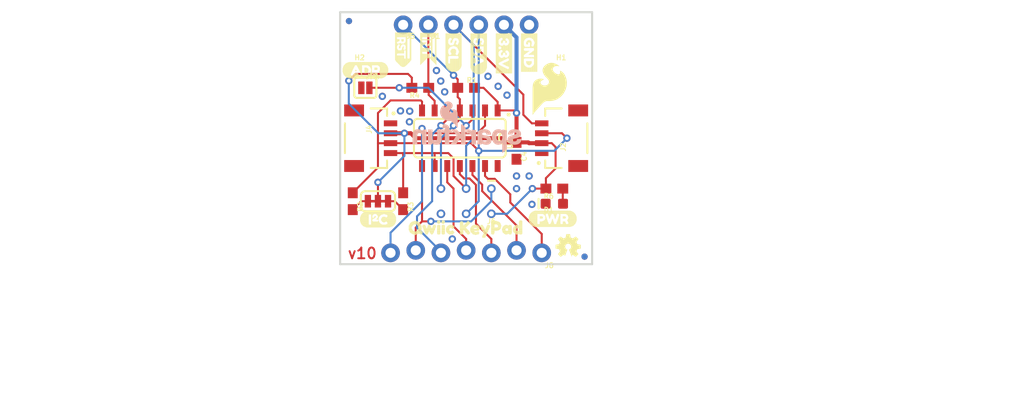
<source format=kicad_pcb>
(kicad_pcb (version 20211014) (generator pcbnew)
  (layers (0 "F.Cu" signal) (31 "B.Cu" signal) (34 "B.Paste" user) (35 "F.Paste" user) (36 "B.SilkS" user "B.Silkscreen") (37 "F.SilkS" user "F.Silkscreen") (38 "B.Mask" user) (39 "F.Mask" user) (44 "Edge.Cuts" user))
  (net 0 "")
  (net 1 "3.3V")
  (net 2 "GND")
  (net 3 "~{INT}")
  (net 4 "ADD1")
  (net 5 "4")
  (net 6 "3")
  (net 7 "2")
  (net 8 "1")
  (net 9 "~{RST}")
  (net 10 "N$1")
  (net 11 "MISO/6")
  (net 12 "7")
  (net 13 "5")
  (net 14 "SCL")
  (net 15 "SDA")
  (net 16 "N$2")
  (net 17 "N$3")
  (footprint "boardEagle:3.3V" (layer "F.Cu") (at 152.3111 93.9546 -90)
    (fp_text reference "U$3" hide)
    (fp_text value "" hide)
  )
  (footprint "boardEagle:0603" (layer "F.Cu") (at 148.5011 99.9236)
    (fp_text reference "R1" (at 0 -0.762) (layer "F.SilkS") (effects (font (size 0.512064 0.512064) (thickness 0.097536)) (justify left)))
    (fp_text value "4.7k")
    (pad "1" smd rect (at -0.85 0) (size 1.1 1) (layers "F.Cu" "F.Paste" "F.Mask") (net 9 "~{RST}"))
    (pad "2" smd rect (at 0.85 0) (size 1.1 1) (layers "F.Cu" "F.Paste" "F.Mask") (net 1 "3.3V"))
  )
  (footprint "boardEagle:JST04_1MM_RA" (layer "F.Cu") (at 156.1211 105.0036 90)
    (fp_text reference "J2" (at -1.397 2.159 90) (layer "F.SilkS") (effects (font (size 0.512064 0.512064) (thickness 0.097536)) (justify left)))
    (fp_text value "")
    (pad "1" smd rect (at -1.5 0 90) (size 0.6 1.35) (layers "F.Cu" "F.Paste" "F.Mask") (net 2 "GND"))
    (pad "2" smd rect (at -0.5 0 90) (size 0.6 1.35) (layers "F.Cu" "F.Paste" "F.Mask") (net 1 "3.3V"))
    (pad "3" smd rect (at 0.5 0 90) (size 0.6 1.35) (layers "F.Cu" "F.Paste" "F.Mask") (net 15 "SDA"))
    (pad "4" smd rect (at 1.5 0 90) (size 0.6 1.35) (layers "F.Cu" "F.Paste" "F.Mask") (net 14 "SCL"))
    (pad "NC1" smd rect (at 2.8 3.675 90) (size 1.2 2) (layers "F.Cu" "F.Paste" "F.Mask"))
    (pad "NC2" smd rect (at -2.8 3.675 90) (size 1.2 2) (layers "F.Cu" "F.Paste" "F.Mask"))
  )
  (footprint "boardEagle:SCL" (layer "F.Cu") (at 147.2311 93.9546 -90)
    (fp_text reference "U$6" hide)
    (fp_text value "" hide)
  )
  (footprint "boardEagle:1X04_NO_SILK" (layer "F.Cu") (at 154.8511 93.5736 180)
    (fp_text reference "J3" hide)
    (fp_text value "PTH")
    (pad "1" thru_hole circle (at 0 0 270) (size 1.8796 1.8796) (drill 1.016) (layers *.Cu *.Mask) (net 2 "GND"))
    (pad "2" thru_hole circle (at 2.54 0 270) (size 1.8796 1.8796) (drill 1.016) (layers *.Cu *.Mask) (net 1 "3.3V"))
    (pad "3" thru_hole circle (at 5.08 0 270) (size 1.8796 1.8796) (drill 1.016) (layers *.Cu *.Mask) (net 15 "SDA"))
    (pad "4" thru_hole circle (at 7.62 0 270) (size 1.8796 1.8796) (drill 1.016) (layers *.Cu *.Mask) (net 14 "SCL"))
  )
  (footprint "boardEagle:QWIIC_KEYPAD0" (layer "F.Cu") (at 141.5161 114.0206)
    (fp_text reference "U$15" hide)
    (fp_text value "" hide)
  )
  (footprint "boardEagle:SMT-JUMPER_2_NO_SILK" (layer "F.Cu") (at 138.3411 99.9236)
    (fp_text reference "JP4" (at 0 -1.143) (layer "F.SilkS") (effects (font (size 0.512064 0.512064) (thickness 0.097536)) (justify left)))
    (fp_text value "JUMPER-SMT_2_NO_SILK")
    (pad "1" smd rect (at -0.4064 0) (size 0.635 1.27) (layers "F.Cu" "F.Mask") (net 2 "GND"))
    (pad "2" smd rect (at 0.4064 0) (size 0.635 1.27) (layers "F.Cu" "F.Mask") (net 4 "ADD1"))
  )
  (footprint "boardEagle:CREATIVE_COMMONS" (layer "F.Cu") (at 121.8311 129.1336)
    (fp_text reference "FRAME1" hide)
    (fp_text value "FRAME-LETTER" hide)
  )
  (footprint "boardEagle:2X3_TEST_POINTS" (layer "F.Cu") (at 148.5011 111.3536 180)
    (fp_text reference "J6" (at -3.048 -2.032) (layer "F.SilkS") (effects (font (size 0.512064 0.512064) (thickness 0.097536)) (justify right)))
    (fp_text value "AVR_SPI_PROG_3X2TESTPOINTS")
    (pad "1" thru_hole circle (at -2.54 1.27 180) (size 0.8636 0.8636) (drill 0.508) (layers *.Cu) (net 11 "MISO/6"))
    (pad "2" thru_hole circle (at -2.54 -1.27 180) (size 0.8636 0.8636) (drill 0.508) (layers *.Cu) (net 1 "3.3V"))
    (pad "3" thru_hole circle (at 0 1.27 180) (size 0.8636 0.8636) (drill 0.508) (layers *.Cu) (net 14 "SCL"))
    (pad "4" thru_hole circle (at 0 -1.27 180) (size 0.8636 0.8636) (drill 0.508) (layers *.Cu) (net 15 "SDA"))
    (pad "5" thru_hole circle (at 2.54 1.27 180) (size 0.8636 0.8636) (drill 0.508) (layers *.Cu) (net 9 "~{RST}"))
    (pad "6" thru_hole circle (at 2.54 -1.27 180) (size 0.8636 0.8636) (drill 0.508) (layers *.Cu) (net 2 "GND"))
  )
  (footprint "boardEagle:STAND-OFF" (layer "F.Cu") (at 158.6611 94.8436 180)
    (fp_text reference "H1" (at 0 -2.032) (layer "F.SilkS") (effects (font (size 0.512064 0.512064) (thickness 0.097536)) (justify right)))
    (fp_text value "STAND-OFF")
    (pad "" np_thru_hole circle (at 0 0 180) (size 3.302 3.302) (drill 3.302) (layers *.Cu *.Mask))
  )
  (footprint "boardEagle:0603" (layer "F.Cu") (at 153.5811 106.2736 -90)
    (fp_text reference "C4" (at 0 -0.762 90) (layer "F.SilkS") (effects (font (size 0.512064 0.512064) (thickness 0.097536)) (justify right)))
    (fp_text value "0.1uF")
    (pad "1" smd rect (at -0.85 0 270) (size 1.1 1) (layers "F.Cu" "F.Paste" "F.Mask") (net 1 "3.3V"))
    (pad "2" smd rect (at 0.85 0 270) (size 1.1 1) (layers "F.Cu" "F.Paste" "F.Mask") (net 2 "GND"))
  )
  (footprint "boardEagle:SDA" (layer "F.Cu") (at 149.7711 93.9546 -90)
    (fp_text reference "U$5" hide)
    (fp_text value "" hide)
  )
  (footprint "boardEagle:SMT-JUMPER_3_2-NC_TRACE_SILK" (layer "F.Cu") (at 139.6111 111.3536 180)
    (fp_text reference "I2C0" hide)
    (fp_text value "")
    (fp_poly (pts (xy -0.7112 0.127) (xy -0.3048 0.127) (xy -0.3048 -0.127) (xy -0.7112 -0.127)) (layer "F.Cu") (width 0) (fill solid))
    (fp_poly (pts (xy 0.3048 0.127) (xy 0.7112 0.127) (xy 0.7112 -0.127) (xy 0.3048 -0.127)) (layer "F.Cu") (width 0) (fill solid))
    (pad "1" smd rect (at -1.016 0 180) (size 0.635 1.27) (layers "F.Cu" "F.Mask") (net 17 "N$3"))
    (pad "2" smd rect (at 0 0 180) (size 0.635 1.27) (layers "F.Cu" "F.Mask") (net 1 "3.3V"))
    (pad "3" smd rect (at 1.016 0 180) (size 0.635 1.27) (layers "F.Cu" "F.Mask") (net 16 "N$2"))
  )
  (footprint "boardEagle:1X01_NO_SILK" (layer "F.Cu") (at 142.1511 93.5736 180)
    (fp_text reference "J5" (at -1.27 -1.143) (layer "F.SilkS") (effects (font (size 0.512064 0.512064) (thickness 0.097536)) (justify right)))
    (fp_text value "")
    (pad "1" thru_hole circle (at 0 0 270) (size 1.8796 1.8796) (drill 1.016) (layers *.Cu *.Mask) (net 9 "~{RST}"))
  )
  (footprint "boardEagle:0603" (layer "F.Cu") (at 143.875762 99.9236 180)
    (fp_text reference "R4" (at 0 -0.762) (layer "F.SilkS") (effects (font (size 0.512064 0.512064) (thickness 0.097536)) (justify right)))
    (fp_text value "4.7k")
    (pad "1" smd rect (at -0.85 0 180) (size 1.1 1) (layers "F.Cu" "F.Paste" "F.Mask") (net 3 "~{INT}"))
    (pad "2" smd rect (at 0.85 0 180) (size 1.1 1) (layers "F.Cu" "F.Paste" "F.Mask") (net 1 "3.3V"))
  )
  (footprint "boardEagle:0603" (layer "F.Cu") (at 137.0711 111.3536 -90)
    (fp_text reference "R2" (at 0 -0.762 90) (layer "F.SilkS") (effects (font (size 0.512064 0.512064) (thickness 0.097536)) (justify right)))
    (fp_text value "2.2k")
    (pad "1" smd rect (at -0.85 0 270) (size 1.1 1) (layers "F.Cu" "F.Paste" "F.Mask") (net 15 "SDA"))
    (pad "2" smd rect (at 0.85 0 270) (size 1.1 1) (layers "F.Cu" "F.Paste" "F.Mask") (net 16 "N$2"))
  )
  (footprint "boardEagle:GND" (layer "F.Cu") (at 154.8511 93.9546 -90)
    (fp_text reference "U$4" hide)
    (fp_text value "" hide)
  )
  (footprint "boardEagle:0603" (layer "F.Cu") (at 142.1511 111.3536 -90)
    (fp_text reference "R3" (at 0 -0.762 90) (layer "F.SilkS") (effects (font (size 0.512064 0.512064) (thickness 0.097536)) (justify right)))
    (fp_text value "2.2k")
    (pad "1" smd rect (at -0.85 0 270) (size 1.1 1) (layers "F.Cu" "F.Paste" "F.Mask") (net 14 "SCL"))
    (pad "2" smd rect (at 0.85 0 270) (size 1.1 1) (layers "F.Cu" "F.Paste" "F.Mask") (net 17 "N$3"))
  )
  (footprint "boardEagle:#INT1" (layer "F.Cu") (at 144.6911 93.7006 -90)
    (fp_text reference "U$12" hide)
    (fp_text value "" hide)
  )
  (footprint "boardEagle:#RST_" (layer "F.Cu") (at 142.1511 93.7006 -90)
    (fp_text reference "U$11" hide)
    (fp_text value "" hide)
  )
  (footprint "boardEagle:(I_SUPER2_C)" (layer "F.Cu") (at 137.723881 113.1824)
    (fp_text reference "U$9" hide)
    (fp_text value "" hide)
  )
  (footprint "boardEagle:LED-0603" (layer "F.Cu") (at 157.3911 111.6076 180)
    (fp_text reference "D1" (at 0 -0.635) (layer "F.SilkS") (effects (font (size 0.512064 0.512064) (thickness 0.097536)) (justify right)))
    (fp_text value "RED")
    (pad "A" smd roundrect (at -0.877 0 90) (size 1 1) (layers "F.Cu" "F.Paste" "F.Mask") (roundrect_rratio 0.15) (net 10 "N$1"))
    (pad "C" smd roundrect (at 0.877 0 90) (size 1 1) (layers "F.Cu" "F.Paste" "F.Mask") (roundrect_rratio 0.15) (net 2 "GND"))
  )
  (footprint "boardEagle:SFE_LOGO_FLAME_.2" (layer "F.Cu") (at 156.9212 100.004882)
    (fp_text reference "LOGO3" hide)
    (fp_text value "SFE_LOGO_FLAME.2_INCH" hide)
  )
  (footprint "boardEagle:1X07_LOCK_NO_SILK" (layer "F.Cu") (at 156.1211 116.4336 180)
    (fp_text reference "J8" (at -1.27 -1.397) (layer "F.SilkS") (effects (font (size 0.512064 0.512064) (thickness 0.097536)) (justify right)))
    (fp_text value "")
    (pad "1" thru_hole circle (at 0 -0.127 270) (size 1.8796 1.8796) (drill 1.016) (layers *.Cu *.Mask) (net 8 "1"))
    (pad "2" thru_hole circle (at 2.54 0.127 270) (size 1.8796 1.8796) (drill 1.016) (layers *.Cu *.Mask) (net 7 "2"))
    (pad "3" thru_hole circle (at 5.08 -0.127 270) (size 1.8796 1.8796) (drill 1.016) (layers *.Cu *.Mask) (net 6 "3"))
    (pad "4" thru_hole circle (at 7.62 0.127 270) (size 1.8796 1.8796) (drill 1.016) (layers *.Cu *.Mask) (net 5 "4"))
    (pad "5" thru_hole circle (at 10.16 -0.127 270) (size 1.8796 1.8796) (drill 1.016) (layers *.Cu *.Mask) (net 13 "5"))
    (pad "6" thru_hole circle (at 12.7 0.127 270) (size 1.8796 1.8796) (drill 1.016) (layers *.Cu *.Mask) (net 11 "MISO/6"))
    (pad "7" thru_hole circle (at 15.24 -0.127 270) (size 1.8796 1.8796) (drill 1.016) (layers *.Cu *.Mask) (net 12 "7"))
  )
  (footprint "boardEagle:1X01_NO_SILK" (layer "F.Cu") (at 144.6911 93.5736 180)
    (fp_text reference "J1" (at -1.27 -1.143) (layer "F.SilkS") (effects (font (size 0.512064 0.512064) (thickness 0.097536)) (justify right)))
    (fp_text value "")
    (pad "1" thru_hole circle (at 0 0 270) (size 1.8796 1.8796) (drill 1.016) (layers *.Cu *.Mask) (net 3 "~{INT}"))
  )
  (footprint "boardEagle:STAND-OFF" (layer "F.Cu") (at 138.3411 94.8436 180)
    (fp_text reference "H2" (at 0 -2.032) (layer "F.SilkS") (effects (font (size 0.512064 0.512064) (thickness 0.097536)) (justify right)))
    (fp_text value "STAND-OFF")
    (pad "" np_thru_hole circle (at 0 0 180) (size 3.302 3.302) (drill 3.302) (layers *.Cu *.Mask))
  )
  (footprint "boardEagle:SO14" (layer "F.Cu") (at 148.5011 105.0036 180)
    (fp_text reference "U1" (at -4.445 0 90) (layer "F.SilkS") (effects (font (size 0.512064 0.512064) (thickness 0.097536)) (justify right)))
    (fp_text value "ATTINY84")
    (pad "1" smd rect (at -3.175 2.8 180) (size 0.6 1.2) (layers "F.Cu" "F.Paste" "F.Mask") (net 1 "3.3V"))
    (pad "2" smd rect (at -1.905 2.8 180) (size 0.6 1.2) (layers "F.Cu" "F.Paste" "F.Mask") (net 12 "7"))
    (pad "3" smd rect (at -0.635 2.8 180) (size 0.6 1.2) (layers "F.Cu" "F.Paste" "F.Mask") (net 4 "ADD1"))
    (pad "4" smd rect (at 0.635 2.8 180) (size 0.6 1.2) (layers "F.Cu" "F.Paste" "F.Mask") (net 9 "~{RST}"))
    (pad "5" smd rect (at 1.905 2.8 180) (size 0.6 1.2) (layers "F.Cu" "F.Paste" "F.Mask") (net 13 "5"))
    (pad "6" smd rect (at 3.175 2.8 180) (size 0.6 1.2) (layers "F.Cu" "F.Paste" "F.Mask") (net 3 "~{INT}"))
    (pad "7" smd rect (at 4.445 2.8 180) (size 0.6 1.2) (layers "F.Cu" "F.Paste" "F.Mask") (net 15 "SDA"))
    (pad "8" smd rect (at 4.445 -2.8 180) (size 0.6 1.2) (layers "F.Cu" "F.Paste" "F.Mask") (net 11 "MISO/6"))
    (pad "9" smd rect (at 3.175 -2.8 180) (size 0.6 1.2) (layers "F.Cu" "F.Paste" "F.Mask") (net 14 "SCL"))
    (pad "10" smd rect (at 1.905 -2.8 180) (size 0.6 1.2) (layers "F.Cu" "F.Paste" "F.Mask") (net 5 "4"))
    (pad "11" smd rect (at 0.635 -2.8 180) (size 0.6 1.2) (layers "F.Cu" "F.Paste" "F.Mask") (net 6 "3"))
    (pad "12" smd rect (at -0.635 -2.8 180) (size 0.6 1.2) (layers "F.Cu" "F.Paste" "F.Mask") (net 7 "2"))
    (pad "13" smd rect (at -1.905 -2.8 180) (size 0.6 1.2) (layers "F.Cu" "F.Paste" "F.Mask") (net 8 "1"))
    (pad "14" smd rect (at -3.175 -2.8 180) (size 0.6 1.2) (layers "F.Cu" "F.Paste" "F.Mask") (net 2 "GND"))
  )
  (footprint "boardEagle:OSHW-LOGO-MINI" (layer "F.Cu") (at 158.7881 115.9256)
    (fp_text reference "LOGO1" hide)
    (fp_text value "OSHW-LOGOMINI" hide)
  )
  (footprint "boardEagle:MICRO-FIDUCIAL" (layer "F.Cu") (at 160.4391 116.9416 180)
    (fp_text reference "JP6" hide)
    (fp_text value "FIDUCIALUFIDUCIAL" hide)
    (pad "1" smd roundrect (at 0 0 180) (size 0.635 0.635) (layers "F.Cu" "F.Mask") (roundrect_rratio 0.5))
  )
  (footprint "boardEagle:(ADR)" (layer "F.Cu") (at 135.9281 98.1456)
    (fp_text reference "U$10" hide)
    (fp_text value "" hide)
  )
  (footprint "boardEagle:MICRO-FIDUCIAL" (layer "F.Cu") (at 136.6901 93.1926 180)
    (fp_text reference "JP2" hide)
    (fp_text value "FIDUCIALUFIDUCIAL" hide)
    (pad "1" smd roundrect (at 0 0 180) (size 0.635 0.635) (layers "F.Cu" "F.Mask") (roundrect_rratio 0.5))
  )
  (footprint "boardEagle:(PWR)" (layer "F.Cu") (at 154.7241 113.1316)
    (fp_text reference "U$8" hide)
    (fp_text value "" hide)
  )
  (footprint "boardEagle:JST04_1MM_RA" (layer "F.Cu") (at 140.8811 105.0036 -90)
    (fp_text reference "J4" (at -1.397 2.159 90) (layer "F.SilkS") (effects (font (size 0.512064 0.512064) (thickness 0.097536)) (justify right)))
    (fp_text value "")
    (pad "1" smd rect (at -1.5 0 270) (size 0.6 1.35) (layers "F.Cu" "F.Paste" "F.Mask") (net 2 "GND"))
    (pad "2" smd rect (at -0.5 0 270) (size 0.6 1.35) (layers "F.Cu" "F.Paste" "F.Mask") (net 1 "3.3V"))
    (pad "3" smd rect (at 0.5 0 270) (size 0.6 1.35) (layers "F.Cu" "F.Paste" "F.Mask") (net 15 "SDA"))
    (pad "4" smd rect (at 1.5 0 270) (size 0.6 1.35) (layers "F.Cu" "F.Paste" "F.Mask") (net 14 "SCL"))
    (pad "NC1" smd rect (at 2.8 3.675 270) (size 1.2 2) (layers "F.Cu" "F.Paste" "F.Mask"))
    (pad "NC2" smd rect (at -2.8 3.675 270) (size 1.2 2) (layers "F.Cu" "F.Paste" "F.Mask"))
  )
  (footprint "boardEagle:0603" (layer "F.Cu") (at 157.3911 110.0836 180)
    (fp_text reference "R6" (at 0 -0.762) (layer "F.SilkS") (effects (font (size 0.512064 0.512064) (thickness 0.097536)) (justify right)))
    (fp_text value "1k")
    (pad "1" smd rect (at -0.85 0 180) (size 1.1 1) (layers "F.Cu" "F.Paste" "F.Mask") (net 10 "N$1"))
    (pad "2" smd rect (at 0.85 0 180) (size 1.1 1) (layers "F.Cu" "F.Paste" "F.Mask") (net 1 "3.3V"))
  )
  (footprint "boardEagle:MICRO-FIDUCIAL" (layer "B.Cu") (at 160.4391 116.9416)
    (fp_text reference "JP3" hide)
    (fp_text value "FIDUCIALUFIDUCIAL" hide)
    (pad "1" smd roundrect (at 0 0) (size 0.635 0.635) (layers "B.Cu" "B.Mask") (roundrect_rratio 0.5))
  )
  (footprint "boardEagle:SFE_LOGO_NAME_FLAME_.1" (layer "B.Cu") (at 148.5011 105.0036 180)
    (fp_text reference "LOGO2" hide)
    (fp_text value "SFE_LOGO_NAME_FLAME.1_INCH" hide)
  )
  (footprint "boardEagle:MICRO-FIDUCIAL" (layer "B.Cu") (at 136.6901 93.1926)
    (fp_text reference "JP1" hide)
    (fp_text value "FIDUCIALUFIDUCIAL" hide)
    (pad "1" smd roundrect (at 0 0) (size 0.635 0.635) (layers "B.Cu" "B.Mask") (roundrect_rratio 0.5))
  )
  (gr_line (start 135.8011 92.3036) (end 161.2011 92.3036) (layer "Edge.Cuts") (width 0.2032))
  (gr_line (start 135.8011 117.7036) (end 135.8011 92.3036) (layer "Edge.Cuts") (width 0.2032))
  (gr_line (start 161.2011 117.7036) (end 135.8011 117.7036) (layer "Edge.Cuts") (width 0.2032))
  (gr_line (start 161.2011 117.7036) (end 161.2011 92.3036) (layer "Edge.Cuts") (width 0.2032))
  (gr_text "v10" (at 138.0363 116.616482) (layer "F.Cu") (effects (font (size 1.0795 1.0795) (thickness 0.1905))))
  (segment (start 157.5181 105.8926) (end 157.5181 108.0516) (width 0.2032) (layer "F.Cu") (net 1))
  (segment (start 155.178759 110.0836) (end 156.5411 110.0836) (width 0.2032) (layer "F.Cu") (net 1))
  (segment (start 150.25624 99.9236) (end 151.6761 101.34346) (width 0.2032) (layer "F.Cu") (net 1))
  (segment (start 156.1211 105.5036) (end 157.1291 105.5036) (width 0.2032) (layer "F.Cu") (net 1))
  (segment (start 156.1211 105.5036) (end 154.8431 105.5036) (width 0.4064) (layer "F.Cu") (net 1))
  (segment (start 153.5811 105.4236) (end 152.4771 105.4236) (width 0.4064) (layer "F.Cu") (net 1))
  (segment (start 154.7631 105.4236) (end 153.5811 105.4236) (width 0.4064) (layer "F.Cu") (net 1))
  (segment (start 152.4771 105.4236) (end 152.0571 105.0036) (width 0.4064) (layer "F.Cu") (net 1))
  (segment (start 142.2781 104.5036) (end 142.9211 104.5036) (width 0.4064) (layer "F.Cu") (net 1))
  (segment (start 140.8811 104.5036) (end 142.2781 104.5036) (width 0.4064) (layer "F.Cu") (net 1))
  (segment (start 136.672321 99.2124) (end 137.363203 98.521519) (width 0.2032) (layer "F.Cu") (net 1))
  (segment (start 156.5411 110.0836) (end 156.5411 109.0286) (width 0.2032) (layer "F.Cu") (net 1))
  (segment (start 152.0571 105.0036) (end 143.4211 105.0036) (width 0.4064) (layer "F.Cu") (net 1))
  (segment (start 139.6111 111.3536) (end 139.6111 109.4486) (width 0.2032) (layer "F.Cu") (net 1))
  (segment (start 143.4211 105.0036) (end 142.9211 104.5036) (width 0.4064) (layer "F.Cu") (net 1))
  (segment (start 137.363203 98.521519) (end 142.6464 98.521519) (width 0.2032) (layer "F.Cu") (net 1))
  (segment (start 143.025762 98.900882) (end 143.025762 99.9236) (width 0.2032) (layer "F.Cu") (net 1))
  (segment (start 153.5811 102.4636) (end 153.5811 105.4236) (width 0.4064) (layer "F.Cu") (net 1))
  (segment (start 157.5181 108.0516) (end 156.5411 109.0286) (width 0.2032) (layer "F.Cu") (net 1))
  (segment (start 149.3511 99.9236) (end 150.25624 99.9236) (width 0.2032) (layer "F.Cu") (net 1))
  (segment (start 151.6761 102.2036) (end 153.3211 102.2036) (width 0.2032) (layer "F.Cu") (net 1))
  (segment (start 157.1291 105.5036) (end 157.5181 105.8926) (width 0.2032) (layer "F.Cu") (net 1))
  (segment (start 151.6761 101.34346) (end 151.6761 102.2036) (width 0.2032) (layer "F.Cu") (net 1))
  (segment (start 142.6464 98.521519) (end 143.025762 98.900882) (width 0.2032) (layer "F.Cu") (net 1))
  (segment (start 153.3211 102.2036) (end 153.5811 102.4636) (width 0.2032) (layer "F.Cu") (net 1))
  (segment (start 154.8431 105.5036) (end 154.7631 105.4236) (width 0.4064) (layer "F.Cu") (net 1))
  (via (at 142.2781 104.5036) (size 0.7366) (drill 0.381) (layers "F.Cu" "B.Cu") (net 1))
  (via (at 136.672321 99.2124) (size 0.7366) (drill 0.381) (layers "F.Cu" "B.Cu") (net 1))
  (via (at 139.6111 109.4486) (size 0.7366) (drill 0.381) (layers "F.Cu" "B.Cu") (net 1))
  (via (at 153.5811 102.4636) (size 0.7366) (drill 0.381) (layers "F.Cu" "B.Cu") (net 1))
  (via (at 155.178759 110.0836) (size 0.7366) (drill 0.381) (layers "F.Cu" "B.Cu") (net 1))
  (segment (start 153.5811 94.8436) (end 152.3111 93.5736) (width 0.4064) (layer "B.Cu") (net 1))
  (segment (start 155.178759 110.0836) (end 152.638759 112.6236) (width 0.2032) (layer "B.Cu") (net 1))
  (segment (start 136.672321 101.518722) (end 136.672321 99.2124) (width 0.2032) (layer "B.Cu") (net 1))
  (segment (start 153.5811 102.4636) (end 153.5811 94.8436) (width 0.4064) (layer "B.Cu") (net 1))
  (segment (start 142.2781 104.5036) (end 139.6572 104.5036) (width 0.2032) (layer "B.Cu") (net 1))
  (segment (start 142.2781 106.7816) (end 142.2781 104.5036) (width 0.2032) (layer "B.Cu") (net 1))
  (segment (start 152.638759 112.6236) (end 151.0411 112.6236) (width 0.2032) (layer "B.Cu") (net 1))
  (segment (start 139.6111 109.4486) (end 142.2781 106.7816) (width 0.2032) (layer "B.Cu") (net 1))
  (segment (start 139.6572 104.5036) (end 136.672321 101.518722) (width 0.2032) (layer "B.Cu") (net 1))
  (via (at 155.135581 111.6711) (size 0.7366) (drill 0.381) (layers "F.Cu" "B.Cu") (net 2))
  (via (at 150.705818 98.767904) (size 0.7366) (drill 0.381) (layers "F.Cu" "B.Cu") (net 2))
  (via (at 153.5811 110.0836) (size 0.7366) (drill 0.381) (layers "F.Cu" "B.Cu") (net 2))
  (via (at 142.7861 103.3526) (size 0.7366) (drill 0.381) (layers "F.Cu" "B.Cu") (net 2))
  (via (at 154.8511 108.8136) (size 0.7366) (drill 0.381) (layers "F.Cu" "B.Cu") (net 2))
  (via (at 145.940778 99.240344) (size 0.7366) (drill 0.381) (layers "F.Cu" "B.Cu") (net 2))
  (via (at 151.7269 99.771204) (size 0.7366) (drill 0.381) (layers "F.Cu" "B.Cu") (net 2))
  (via (at 152.620981 100.660197) (size 0.7366) (drill 0.381) (layers "F.Cu" "B.Cu") (net 2))
  (via (at 147.1041 115.1636) (size 0.7366) (drill 0.381) (layers "F.Cu" "B.Cu") (net 2))
  (via (at 146.337018 100.335085) (size 0.7366) (drill 0.381) (layers "F.Cu" "B.Cu") (net 2))
  (via (at 145.508978 98.181163) (size 0.7366) (drill 0.381) (layers "F.Cu" "B.Cu") (net 2))
  (via (at 142.8115 102.275641) (size 0.7366) (drill 0.381) (layers "F.Cu" "B.Cu") (net 2))
  (via (at 153.5811 108.8136) (size 0.7366) (drill 0.381) (layers "F.Cu" "B.Cu") (net 2))
  (via (at 140.053059 100.782122) (size 0.7366) (drill 0.381) (layers "F.Cu" "B.Cu") (net 2))
  (via (at 141.881859 102.250241) (size 0.7366) (drill 0.381) (layers "F.Cu" "B.Cu") (net 2))
  (segment (start 145.3261 102.2036) (end 145.3261 101.236782) (width 0.2032) (layer "F.Cu") (net 3))
  (segment (start 144.725762 100.636444) (end 144.725762 99.9236) (width 0.2032) (layer "F.Cu") (net 3))
  (segment (start 145.3261 101.236782) (end 144.725762 100.636444) (width 0.2032) (layer "F.Cu") (net 3))
  (segment (start 144.725762 99.9236) (end 144.6911 99.888938) (width 0.2032) (layer "F.Cu") (net 3))
  (segment (start 144.6911 99.888938) (end 144.6911 93.5736) (width 0.2032) (layer "F.Cu") (net 3))
  (segment (start 138.7475 99.9236) (end 138.752581 99.918519) (width 0.2032) (layer "F.Cu") (net 4))
  (segment (start 149.1361 102.2036) (end 149.1361 103.0986) (width 0.2032) (layer "F.Cu") (net 4))
  (segment (start 141.7574 99.918519) (end 138.752581 99.918519) (width 0.2032) (layer "F.Cu") (net 4))
  (segment (start 149.1361 103.0986) (end 148.5011 103.7336) (width 0.2032) (layer "F.Cu") (net 4))
  (via (at 148.5011 103.7336) (size 0.7366) (drill 0.381) (layers "F.Cu" "B.Cu") (net 4))
  (via (at 141.7574 99.918519) (size 0.7366) (drill 0.381) (layers "F.Cu" "B.Cu") (net 4))
  (segment (start 144.686018 99.918519) (end 141.7574 99.918519) (width 0.2032) (layer "B.Cu") (net 4))
  (segment (start 148.5011 103.7336) (end 144.686018 99.918519) (width 0.2032) (layer "B.Cu") (net 4))
  (segment (start 147.2311 113.8936) (end 148.5011 115.1636) (width 0.2032) (layer "F.Cu") (net 5))
  (segment (start 147.2311 110.0836) (end 146.5961 109.4486) (width 0.2032) (layer "F.Cu") (net 5))
  (segment (start 146.5961 109.4486) (end 146.5961 107.8036) (width 0.2032) (layer "F.Cu") (net 5))
  (segment (start 148.5011 115.1636) (end 148.5011 116.3066) (width 0.2032) (layer "F.Cu") (net 5))
  (segment (start 147.2311 110.0836) (end 147.2311 113.8936) (width 0.2032) (layer "F.Cu") (net 5))
  (segment (start 147.8661 108.63326) (end 147.8661 107.8036) (width 0.2032) (layer "F.Cu") (net 6))
  (segment (start 148.836381 109.057441) (end 148.290281 109.057441) (width 0.2032) (layer "F.Cu") (net 6))
  (segment (start 148.290281 109.057441) (end 147.8661 108.63326) (width 0.2032) (layer "F.Cu") (net 6))
  (segment (start 149.489159 113.61166) (end 151.0411 115.1636) (width 0.2032) (layer "F.Cu") (net 6))
  (segment (start 149.489159 109.710219) (end 148.836381 109.057441) (width 0.2032) (layer "F.Cu") (net 6))
  (segment (start 149.489159 113.61166) (end 149.489159 109.710219) (width 0.2032) (layer "F.Cu") (net 6))
  (segment (start 151.0411 115.1636) (end 151.0411 116.5606) (width 0.2032) (layer "F.Cu") (net 6))
  (segment (start 150.11654 110.334035) (end 153.5811 113.798594) (width 0.2032) (layer "F.Cu") (net 7))
  (segment (start 149.1361 108.704379) (end 149.1361 107.8036) (width 0.2032) (layer "F.Cu") (net 7))
  (segment (start 150.11654 109.684819) (end 150.11654 110.334035) (width 0.2032) (layer "F.Cu") (net 7))
  (segment (start 150.11654 109.684819) (end 149.1361 108.704379) (width 0.2032) (layer "F.Cu") (net 7))
  (segment (start 153.5811 113.798594) (end 153.5811 116.3066) (width 0.2032) (layer "F.Cu") (net 7))
  (segment (start 152.951181 111.483141) (end 152.951181 110.662719) (width 0.2032) (layer "F.Cu") (net 8))
  (segment (start 150.695659 109.098082) (end 150.4061 108.808522) (width 0.2032) (layer "F.Cu") (net 8))
  (segment (start 151.386543 109.098082) (end 150.695659 109.098082) (width 0.2032) (layer "F.Cu") (net 8))
  (segment (start 156.1211 116.5606) (end 156.1211 114.65306) (width 0.2032) (layer "F.Cu") (net 8))
  (segment (start 156.1211 114.65306) (end 152.951181 111.483141) (width 0.2032) (layer "F.Cu") (net 8))
  (segment (start 150.4061 108.808522) (end 150.4061 107.8036) (width 0.2032) (layer "F.Cu") (net 8))
  (segment (start 152.951181 110.662719) (end 151.386543 109.098082) (width 0.2032) (layer "F.Cu") (net 8))
  (segment (start 147.8661 102.2036) (end 147.8661 101.0666) (width 0.2032) (layer "F.Cu") (net 9))
  (segment (start 147.8661 103.0986) (end 147.2311 103.7336) (width 0.2032) (layer "F.Cu") (net 9))
  (segment (start 147.6511 99.9236) (end 147.6511 99.0736) (width 0.2032) (layer "F.Cu") (net 9))
  (segment (start 147.8661 101.0666) (end 147.6511 100.8516) (width 0.2032) (layer "F.Cu") (net 9))
  (segment (start 147.6511 99.9236) (end 147.6511 100.8516) (width 0.2032) (layer "F.Cu") (net 9))
  (segment (start 147.8661 102.2036) (end 147.8661 103.0986) (width 0.2032) (layer "F.Cu") (net 9))
  (segment (start 147.6511 99.0736) (end 147.2311 98.6536) (width 0.2032) (layer "F.Cu") (net 9))
  (via (at 147.2311 98.6536) (size 0.7366) (drill 0.381) (layers "F.Cu" "B.Cu") (net 9))
  (via (at 147.2311 103.7336) (size 0.7366) (drill 0.381) (layers "F.Cu" "B.Cu") (net 9))
  (segment (start 145.9611 110.0836) (end 145.9611 105.0036) (width 0.2032) (layer "B.Cu") (net 9))
  (segment (start 145.9611 105.0036) (end 147.2311 103.7336) (width 0.2032) (layer "B.Cu") (net 9))
  (segment (start 142.1511 93.5736) (end 147.2311 98.6536) (width 0.2032) (layer "B.Cu") (net 9))
  (segment (start 158.2411 110.0836) (end 158.2411 111.5806) (width 0.2032) (layer "F.Cu") (net 10))
  (segment (start 158.2411 111.5806) (end 158.2681 111.6076) (width 0.2032) (layer "F.Cu") (net 10))
  (segment (start 144.0561 113.3856) (end 144.0561 107.8036) (width 0.2032) (layer "F.Cu") (net 11))
  (segment (start 143.4211 116.3066) (end 143.4211 114.0206) (width 0.2032) (layer "F.Cu") (net 11))
  (segment (start 144.0561 113.3856) (end 144.9451 113.3856) (width 0.2032) (layer "F.Cu") (net 11))
  (segment (start 143.4211 114.0206) (end 144.0561 113.3856) (width 0.2032) (layer "F.Cu") (net 11))
  (via (at 144.9451 113.3856) (size 0.7366) (drill 0.381) (layers "F.Cu" "B.Cu") (net 11))
  (segment (start 151.0411 111.3536) (end 151.0411 110.0836) (width 0.2032) (layer "B.Cu") (net 11))
  (segment (start 149.0091 113.3856) (end 151.0411 111.3536) (width 0.2032) (layer "B.Cu") (net 11))
  (segment (start 144.9451 113.3856) (end 149.0091 113.3856) (width 0.2032) (layer "B.Cu") (net 11))
  (segment (start 149.6441 104.4956) (end 144.518381 104.4956) (width 0.2032) (layer "F.Cu") (net 12))
  (segment (start 149.6441 104.4956) (end 150.4061 103.7336) (width 0.2032) (layer "F.Cu") (net 12))
  (segment (start 144.051021 104.028241) (end 144.518381 104.4956) (width 0.2032) (layer "F.Cu") (net 12))
  (segment (start 150.4061 102.2036) (end 150.4061 103.7336) (width 0.2032) (layer "F.Cu") (net 12))
  (via (at 144.051021 104.028241) (size 0.7366) (drill 0.381) (layers "F.Cu" "B.Cu") (net 12))
  (segment (start 140.8811 116.5606) (end 140.8811 114.5286) (width 0.2032) (layer "B.Cu") (net 12))
  (segment (start 140.8811 114.5286) (end 144.051021 111.358679) (width 0.2032) (layer "B.Cu") (net 12))
  (segment (start 144.051021 111.358679) (end 144.051021 104.028241) (width 0.2032) (layer "B.Cu") (net 12))
  (segment (start 146.5961 102.2036) (end 146.5961 103.0986) (width 0.2032) (layer "F.Cu") (net 13))
  (segment (start 146.5961 103.0986) (end 145.9611 103.7336) (width 0.2032) (layer "F.Cu") (net 13))
  (via (at 145.9611 103.7336) (size 0.7366) (drill 0.381) (layers "F.Cu" "B.Cu") (net 13))
  (segment (start 145.9611 116.5606) (end 145.9611 116.4336) (width 0.2032) (layer "B.Cu") (net 13))
  (segment (start 145.0721 111.3536) (end 145.0721 104.6226) (width 0.2032) (layer "B.Cu") (net 13))
  (segment (start 143.5481 112.8776) (end 145.0721 111.3536) (width 0.2032) (layer "B.Cu") (net 13))
  (segment (start 145.0721 104.6226) (end 145.9611 103.7336) (width 0.2032) (layer "B.Cu") (net 13))
  (segment (start 143.5481 114.0206) (end 143.5481 112.8776) (width 0.2032) (layer "B.Cu") (net 13))
  (segment (start 145.9611 116.4336) (end 143.5481 114.0206) (width 0.2032) (layer "B.Cu") (net 13))
  (segment (start 147.2311 108.8136) (end 148.5011 110.0836) (width 0.2032) (layer "F.Cu") (net 14))
  (segment (start 147.2311 107.0356) (end 147.2311 108.8136) (width 0.2032) (layer "F.Cu") (net 14))
  (segment (start 145.3261 106.5036) (end 146.6991 106.5036) (width 0.2032) (layer "F.Cu") (net 14))
  (segment (start 154.2669 102.6414) (end 154.2669 100.6094) (width 0.2032) (layer "F.Cu") (net 14))
  (segment (start 142.1511 106.5036) (end 145.3261 106.5036) (width 0.2032) (layer "F.Cu") (net 14))
  (segment (start 154.2669 100.6094) (end 147.2311 93.5736) (width 0.2032) (layer "F.Cu") (net 14))
  (segment (start 145.3261 107.8036) (end 145.3261 106.5036) (width 0.2032) (layer "F.Cu") (net 14))
  (segment (start 142.1511 110.5036) (end 142.1511 106.5036) (width 0.2032) (layer "F.Cu") (net 14))
  (segment (start 140.8811 106.5036) (end 142.1511 106.5036) (width 0.2032) (layer "F.Cu") (net 14))
  (segment (start 146.6991 106.5036) (end 147.2311 107.0356) (width 0.2032) (layer "F.Cu") (net 14))
  (segment (start 156.1211 103.5036) (end 155.1291 103.5036) (width 0.2032) (layer "F.Cu") (net 14))
  (segment (start 155.1291 103.5036) (end 154.2669 102.6414) (width 0.2032) (layer "F.Cu") (net 14))
  (segment (start 149.2631 105.0036) (end 149.2631 95.6056) (width 0.2032) (layer "B.Cu") (net 14))
  (segment (start 148.5011 110.0836) (end 148.5011 105.7656) (width 0.2032) (layer "B.Cu") (net 14))
  (segment (start 149.2631 95.6056) (end 147.2311 93.5736) (width 0.2032) (layer "B.Cu") (net 14))
  (segment (start 148.5011 105.7656) (end 149.2631 105.0036) (width 0.2032) (layer "B.Cu") (net 14))
  (segment (start 137.0711 110.5036) (end 139.6111 107.9636) (width 0.2032) (layer "F.Cu") (net 15))
  (segment (start 139.6111 107.9636) (end 139.6111 105.5116) (width 0.2032) (layer "F.Cu") (net 15))
  (segment (start 156.1211 104.5036) (end 158.1611 104.5036) (width 0.2032) (layer "F.Cu") (net 15))
  (segment (start 144.0561 102.2036) (end 144.0561 101.3206) (width 0.2032) (layer "F.Cu") (net 15))
  (segment (start 140.8811 105.5036) (end 149.0011 105.5036) (width 0.2032) (layer "F.Cu") (net 15))
  (segment (start 140.8731 105.5116) (end 140.8811 105.5036) (width 0.2032) (layer "F.Cu") (net 15))
  (segment (start 158.1611 104.5036) (end 158.6611 105.0036) (width 0.2032) (layer "F.Cu") (net 15))
  (segment (start 144.0561 101.3206) (end 143.9291 101.1936) (width 0.2032) (layer "F.Cu") (net 15))
  (segment (start 140.8811 101.1936) (end 139.6111 102.4636) (width 0.2032) (layer "F.Cu") (net 15))
  (segment (start 143.9291 101.1936) (end 140.8811 101.1936) (width 0.2032) (layer "F.Cu") (net 15))
  (segment (start 149.0011 105.5036) (end 149.7711 106.2736) (width 0.2032) (layer "F.Cu") (net 15))
  (segment (start 139.6111 105.5116) (end 140.8731 105.5116) (width 0.2032) (layer "F.Cu") (net 15))
  (segment (start 139.6111 102.4636) (end 139.6111 105.5116) (width 0.2032) (layer "F.Cu") (net 15))
  (via (at 149.7711 106.2736) (size 0.7366) (drill 0.381) (layers "F.Cu" "B.Cu") (net 15))
  (via (at 158.6611 105.0036) (size 0.7366) (drill 0.381) (layers "F.Cu" "B.Cu") (net 15))
  (segment (start 148.5011 112.6236) (end 149.7711 111.3536) (width 0.2032) (layer "B.Cu") (net 15))
  (segment (start 149.7711 93.5736) (end 149.7711 106.2736) (width 0.2032) (layer "B.Cu") (net 15))
  (segment (start 149.7711 106.2736) (end 157.3911 106.2736) (width 0.2032) (layer "B.Cu") (net 15))
  (segment (start 149.7711 111.3536) (end 149.7711 106.2736) (width 0.2032) (layer "B.Cu") (net 15))
  (segment (start 157.3911 106.2736) (end 158.6611 105.0036) (width 0.2032) (layer "B.Cu") (net 15))
  (segment (start 138.5951 111.3536) (end 137.9211 111.3536) (width 0.2032) (layer "F.Cu") (net 16))
  (segment (start 137.9211 111.3536) (end 137.0711 112.2036) (width 0.2032) (layer "F.Cu") (net 16))
  (segment (start 140.6271 111.3536) (end 141.3011 111.3536) (width 0.2032) (layer "F.Cu") (net 17))
  (segment (start 141.3011 111.3536) (end 142.1511 112.2036) (width 0.2032) (layer "F.Cu") (net 17))
)
</source>
